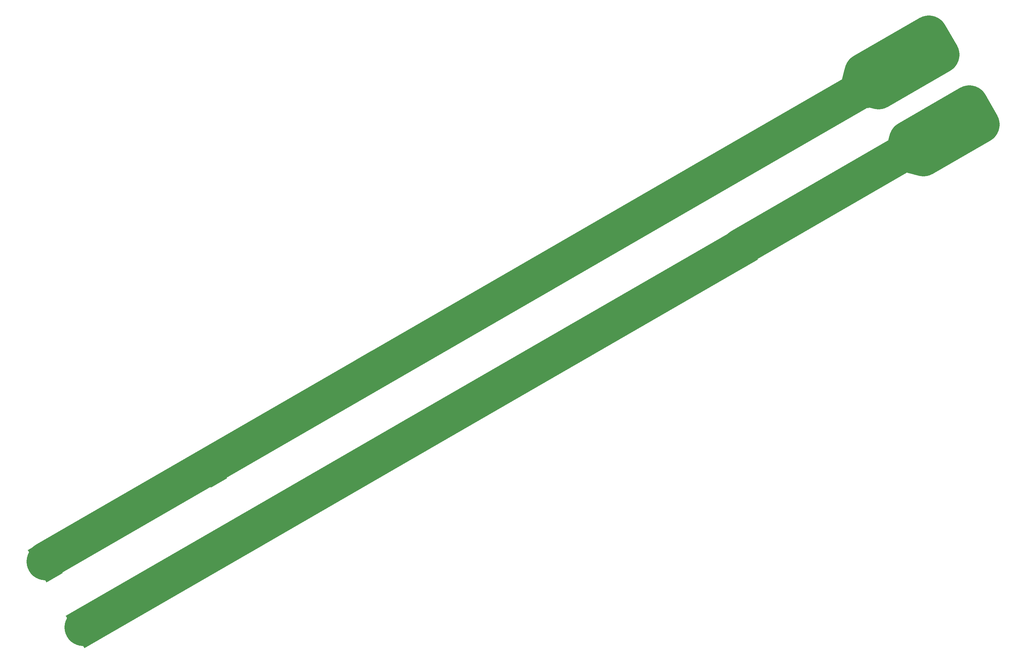
<source format=gtl>
G04 #@! TF.GenerationSoftware,KiCad,Pcbnew,7.0.2-0*
G04 #@! TF.CreationDate,2024-01-28T20:09:10-06:00*
G04 #@! TF.ProjectId,bus_bar,6275735f-6261-4722-9e6b-696361645f70,rev?*
G04 #@! TF.SameCoordinates,Original*
G04 #@! TF.FileFunction,Copper,L1,Top*
G04 #@! TF.FilePolarity,Positive*
%FSLAX46Y46*%
G04 Gerber Fmt 4.6, Leading zero omitted, Abs format (unit mm)*
G04 Created by KiCad (PCBNEW 7.0.2-0) date 2024-01-28 20:09:10*
%MOMM*%
%LPD*%
G01*
G04 APERTURE LIST*
G04 Aperture macros list*
%AMRotRect*
0 Rectangle, with rotation*
0 The origin of the aperture is its center*
0 $1 length*
0 $2 width*
0 $3 Rotation angle, in degrees counterclockwise*
0 Add horizontal line*
21,1,$1,$2,0,0,$3*%
G04 Aperture macros list end*
G04 #@! TA.AperFunction,ComponentPad*
%ADD10C,2.600000*%
G04 #@! TD*
G04 #@! TA.AperFunction,SMDPad,CuDef*
%ADD11RotRect,5.000000X10.000000X30.000000*%
G04 #@! TD*
G04 #@! TA.AperFunction,Conductor*
%ADD12C,10.000000*%
G04 #@! TD*
G04 APERTURE END LIST*
D10*
X263853873Y-31954022D03*
X260678873Y-26454760D03*
X274648874Y-50651510D03*
X271473873Y-45152249D03*
X269149612Y-53826509D03*
X255179613Y-29629761D03*
X265974613Y-48327248D03*
X258354613Y-35129022D03*
D11*
X243991385Y-40731182D03*
X199892294Y-65949316D03*
X254046384Y-58146953D03*
X210157295Y-83728820D03*
X166163205Y-109128818D03*
X122169114Y-134528817D03*
X78175023Y-159928818D03*
X34180934Y-185328819D03*
X155898205Y-91349317D03*
X111904115Y-116749316D03*
X68015024Y-142331182D03*
X24020932Y-167731182D03*
D12*
X34180934Y-185328819D02*
X78175023Y-159928818D01*
X122169114Y-134528817D02*
X78175023Y-159928818D01*
X166163205Y-109128818D02*
X122169114Y-134528817D01*
X210157295Y-83728820D02*
X166163205Y-109128818D01*
X254046384Y-58146953D02*
X210234159Y-83441953D01*
X210234159Y-83441953D02*
X210157295Y-83728820D01*
X271473873Y-45152249D02*
X254976089Y-54677248D01*
X254976089Y-54677248D02*
X254046384Y-58146953D01*
X274648874Y-50651510D02*
X271473873Y-45152249D01*
X274648874Y-50651510D02*
X259250942Y-59541509D01*
X259250942Y-59541509D02*
X254046384Y-58146953D01*
X155898205Y-91349317D02*
X24097796Y-167444316D01*
X24097796Y-167444316D02*
X24020932Y-167731182D01*
X263853873Y-31954022D02*
X247174225Y-41584022D01*
X247174225Y-41584022D02*
X243991385Y-40731182D01*
X199892294Y-65949316D02*
X241686680Y-41819316D01*
X241686680Y-41819316D02*
X243704520Y-40654317D01*
X260678873Y-26454760D02*
X243081237Y-36614760D01*
X243081237Y-36614760D02*
X241686680Y-41819316D01*
X260678873Y-26454760D02*
X263853873Y-31954022D01*
X243991385Y-40731182D02*
X254989909Y-34381182D01*
X255919612Y-30911477D02*
X254989909Y-34381182D01*
X243704520Y-40654317D02*
X243991385Y-40731182D01*
X155898205Y-91349317D02*
X199892294Y-65949316D01*
M02*

</source>
